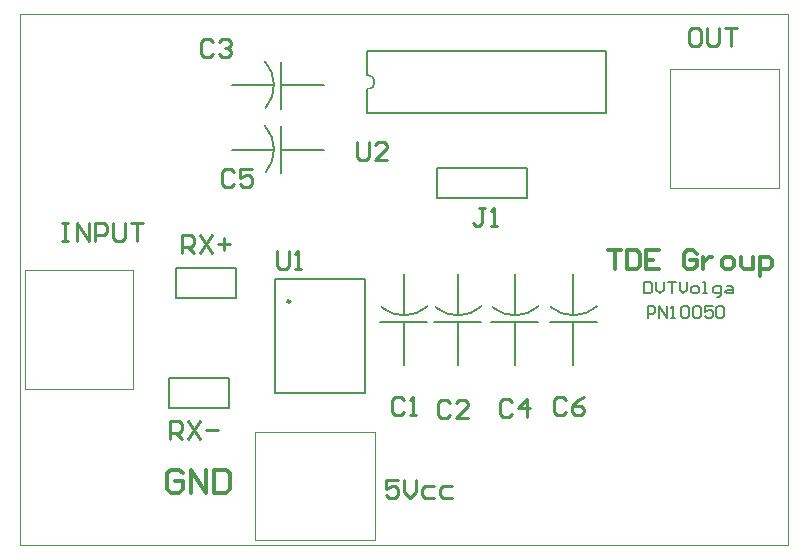
<source format=gto>
G04 Layer_Color=65535*
%FSLAX44Y44*%
%MOMM*%
G71*
G01*
G75*
%ADD15C,0.2540*%
%ADD16C,0.3000*%
%ADD18C,0.1000*%
%ADD32C,0.2000*%
%ADD33C,0.2500*%
%ADD34C,0.0500*%
%ADD35C,0.1500*%
D15*
X127190Y89662D02*
Y104897D01*
X134808D01*
X137347Y102358D01*
Y97280D01*
X134808Y94740D01*
X127190D01*
X132268D02*
X137347Y89662D01*
X142425Y104897D02*
X152582Y89662D01*
Y104897D02*
X142425Y89662D01*
X157660Y97280D02*
X167817D01*
X137350Y247142D02*
Y262377D01*
X144967D01*
X147507Y259838D01*
Y254760D01*
X144967Y252220D01*
X137350D01*
X142428D02*
X147507Y247142D01*
X152585Y262377D02*
X162742Y247142D01*
Y262377D02*
X152585Y247142D01*
X167820Y254760D02*
X177977D01*
X172899Y259838D02*
Y249681D01*
X574038Y437637D02*
X568959D01*
X566420Y435098D01*
Y424941D01*
X568959Y422402D01*
X574038D01*
X576577Y424941D01*
Y435098D01*
X574038Y437637D01*
X581655D02*
Y424941D01*
X584194Y422402D01*
X589273D01*
X591812Y424941D01*
Y437637D01*
X596890D02*
X607047D01*
X601968D01*
Y422402D01*
X393697Y285237D02*
X388618D01*
X391157D01*
Y272541D01*
X388618Y270002D01*
X386079D01*
X383540Y272541D01*
X398775Y270002D02*
X403853D01*
X401314D01*
Y285237D01*
X398775Y282698D01*
X36030Y272537D02*
X41108D01*
X38569D01*
Y257302D01*
X36030D01*
X41108D01*
X48726D02*
Y272537D01*
X58883Y257302D01*
Y272537D01*
X63961Y257302D02*
Y272537D01*
X71578D01*
X74118Y269998D01*
Y264919D01*
X71578Y262380D01*
X63961D01*
X79196Y272537D02*
Y259841D01*
X81735Y257302D01*
X86814D01*
X89353Y259841D01*
Y272537D01*
X94431D02*
X104588D01*
X99509D01*
Y257302D01*
X319847Y55037D02*
X309690D01*
Y47420D01*
X314768Y49959D01*
X317307D01*
X319847Y47420D01*
Y42341D01*
X317307Y39802D01*
X312229D01*
X309690Y42341D01*
X324925Y55037D02*
Y44880D01*
X330003Y39802D01*
X335082Y44880D01*
Y55037D01*
X350317Y49959D02*
X342699D01*
X340160Y47420D01*
Y42341D01*
X342699Y39802D01*
X350317D01*
X365552Y49959D02*
X357934D01*
X355395Y47420D01*
Y42341D01*
X357934Y39802D01*
X365552D01*
X462277Y122678D02*
X459738Y125217D01*
X454659D01*
X452120Y122678D01*
Y112521D01*
X454659Y109982D01*
X459738D01*
X462277Y112521D01*
X477512Y125217D02*
X472433Y122678D01*
X467355Y117599D01*
Y112521D01*
X469894Y109982D01*
X474973D01*
X477512Y112521D01*
Y115060D01*
X474973Y117599D01*
X467355D01*
X181607Y315718D02*
X179067Y318257D01*
X173989D01*
X171450Y315718D01*
Y305561D01*
X173989Y303022D01*
X179067D01*
X181607Y305561D01*
X196842Y318257D02*
X186685D01*
Y310639D01*
X191763Y313179D01*
X194303D01*
X196842Y310639D01*
Y305561D01*
X194303Y303022D01*
X189224D01*
X186685Y305561D01*
X416557Y121408D02*
X414017Y123947D01*
X408939D01*
X406400Y121408D01*
Y111251D01*
X408939Y108712D01*
X414017D01*
X416557Y111251D01*
X429253Y108712D02*
Y123947D01*
X421635Y116329D01*
X431792D01*
X163827Y426208D02*
X161287Y428747D01*
X156209D01*
X153670Y426208D01*
Y416051D01*
X156209Y413512D01*
X161287D01*
X163827Y416051D01*
X168905Y426208D02*
X171444Y428747D01*
X176523D01*
X179062Y426208D01*
Y423669D01*
X176523Y421129D01*
X173983D01*
X176523D01*
X179062Y418590D01*
Y416051D01*
X176523Y413512D01*
X171444D01*
X168905Y416051D01*
X364487Y120138D02*
X361948Y122677D01*
X356869D01*
X354330Y120138D01*
Y109981D01*
X356869Y107442D01*
X361948D01*
X364487Y109981D01*
X379722Y107442D02*
X369565D01*
X379722Y117599D01*
Y120138D01*
X377183Y122677D01*
X372104D01*
X369565Y120138D01*
X325117Y122678D02*
X322578Y125217D01*
X317499D01*
X314960Y122678D01*
Y112521D01*
X317499Y109982D01*
X322578D01*
X325117Y112521D01*
X330195Y109982D02*
X335273D01*
X332734D01*
Y125217D01*
X330195Y122678D01*
X285750Y341117D02*
Y328421D01*
X288289Y325882D01*
X293368D01*
X295907Y328421D01*
Y341117D01*
X311142Y325882D02*
X300985D01*
X311142Y336039D01*
Y338578D01*
X308603Y341117D01*
X303524D01*
X300985Y338578D01*
X217995Y249296D02*
Y236600D01*
X220534Y234061D01*
X225613D01*
X228152Y236600D01*
Y249296D01*
X233230Y234061D02*
X238308D01*
X235769D01*
Y249296D01*
X233230Y246757D01*
D16*
X498348Y249421D02*
X509011D01*
X503680D01*
Y233426D01*
X514343Y249421D02*
Y233426D01*
X522340D01*
X525006Y236092D01*
Y246755D01*
X522340Y249421D01*
X514343D01*
X541001D02*
X530338D01*
Y233426D01*
X541001D01*
X530338Y241423D02*
X535669D01*
X572990Y246755D02*
X570325Y249421D01*
X564993D01*
X562327Y246755D01*
Y236092D01*
X564993Y233426D01*
X570325D01*
X572990Y236092D01*
Y241423D01*
X567659D01*
X578322Y244089D02*
Y233426D01*
Y238758D01*
X580988Y241423D01*
X583654Y244089D01*
X586320D01*
X596983Y233426D02*
X602314D01*
X604980Y236092D01*
Y241423D01*
X602314Y244089D01*
X596983D01*
X594317Y241423D01*
Y236092D01*
X596983Y233426D01*
X610312Y244089D02*
Y236092D01*
X612977Y233426D01*
X620975D01*
Y244089D01*
X626306Y228094D02*
Y244089D01*
X634304D01*
X636970Y241423D01*
Y236092D01*
X634304Y233426D01*
X626306D01*
X137979Y60603D02*
X134647Y63936D01*
X127982D01*
X124650Y60603D01*
Y47274D01*
X127982Y43942D01*
X134647D01*
X137979Y47274D01*
Y53939D01*
X131314D01*
X144644Y43942D02*
Y63936D01*
X157973Y43942D01*
Y63936D01*
X164637D02*
Y43942D01*
X174634D01*
X177966Y47274D01*
Y60603D01*
X174634Y63936D01*
X164637D01*
D18*
X0Y-38D02*
Y449962D01*
Y-38D02*
X650000D01*
Y449962D01*
X0D02*
X650000D01*
D32*
X449410Y201524D02*
G03*
X488768Y202211I19284J22981D01*
G01*
X208178Y315552D02*
G03*
X207491Y354910I-22981J19284D01*
G01*
X399880Y201524D02*
G03*
X439238Y202211I19284J22981D01*
G01*
X208178Y370162D02*
G03*
X207491Y409520I-22981J19284D01*
G01*
X351620Y201524D02*
G03*
X390978Y202211I19284J22981D01*
G01*
X305900Y201524D02*
G03*
X345258Y202211I19284J22981D01*
G01*
X293970Y385572D02*
G03*
X293970Y398272I0J6350D01*
G01*
X176720Y116332D02*
Y141732D01*
X125920Y116332D02*
X176720D01*
X125920D02*
Y141732D01*
X176720D01*
X183070Y209042D02*
Y234442D01*
X132270Y209042D02*
X183070D01*
X132270D02*
Y234442D01*
X183070D01*
X353060Y294132D02*
X429260D01*
Y319532D01*
X353060D02*
X429260D01*
X353060Y294132D02*
Y319532D01*
X448630Y188762D02*
X488630D01*
X468630Y194762D02*
Y229762D01*
Y152512D02*
Y188762D01*
X220940Y314772D02*
Y354772D01*
X179940Y334772D02*
X214940D01*
X220940D02*
X257190D01*
X399100Y188762D02*
X439100D01*
X419100Y194762D02*
Y229762D01*
Y152512D02*
Y188762D01*
X220940Y369382D02*
Y409382D01*
X179940Y389382D02*
X214940D01*
X220940D02*
X257190D01*
X350840Y188762D02*
X390840D01*
X370840Y194762D02*
Y229762D01*
Y152512D02*
Y188762D01*
X305120D02*
X345120D01*
X325120Y194762D02*
Y229762D01*
Y152512D02*
Y188762D01*
X216440Y128742D02*
Y225392D01*
X292240Y128742D02*
Y225392D01*
X216440D02*
X292240D01*
X216440Y128742D02*
X292240D01*
X293970Y365422D02*
Y385572D01*
Y398272D02*
Y418422D01*
X495970Y365422D02*
Y418422D01*
X293970Y365422D02*
X495970D01*
X293970Y418422D02*
X495970D01*
D33*
X228890Y206292D02*
G03*
X228890Y206292I-1250J0D01*
G01*
D34*
X4000Y131772D02*
X96000D01*
X4000D02*
Y232972D01*
X96000D01*
Y131772D02*
Y232972D01*
X550900Y403152D02*
X642900D01*
Y301952D02*
Y403152D01*
X550900Y301952D02*
X642900D01*
X550900D02*
Y403152D01*
X300600Y3962D02*
Y95962D01*
X199400Y3962D02*
X300600D01*
X199400D02*
Y95962D01*
X300600D01*
D35*
X531495Y192532D02*
Y202529D01*
X536493D01*
X538159Y200863D01*
Y197530D01*
X536493Y195864D01*
X531495D01*
X541492Y192532D02*
Y202529D01*
X548156Y192532D01*
Y202529D01*
X551489Y192532D02*
X554821D01*
X553155D01*
Y202529D01*
X551489Y200863D01*
X559819D02*
X561485Y202529D01*
X564818D01*
X566484Y200863D01*
Y194198D01*
X564818Y192532D01*
X561485D01*
X559819Y194198D01*
Y200863D01*
X569816D02*
X571482Y202529D01*
X574814D01*
X576480Y200863D01*
Y194198D01*
X574814Y192532D01*
X571482D01*
X569816Y194198D01*
Y200863D01*
X586477Y202529D02*
X579813D01*
Y197530D01*
X583145Y199196D01*
X584811D01*
X586477Y197530D01*
Y194198D01*
X584811Y192532D01*
X581479D01*
X579813Y194198D01*
X589809Y200863D02*
X591476Y202529D01*
X594808D01*
X596474Y200863D01*
Y194198D01*
X594808Y192532D01*
X591476D01*
X589809Y194198D01*
Y200863D01*
X528574Y222976D02*
Y212979D01*
X533572D01*
X535238Y214645D01*
Y221310D01*
X533572Y222976D01*
X528574D01*
X538571D02*
Y216311D01*
X541903Y212979D01*
X545235Y216311D01*
Y222976D01*
X548568D02*
X555232D01*
X551900D01*
Y212979D01*
X558564Y222976D02*
Y216311D01*
X561897Y212979D01*
X565229Y216311D01*
Y222976D01*
X570227Y212979D02*
X573559D01*
X575226Y214645D01*
Y217977D01*
X573559Y219643D01*
X570227D01*
X568561Y217977D01*
Y214645D01*
X570227Y212979D01*
X578558D02*
X581890D01*
X580224D01*
Y222976D01*
X578558D01*
X590221Y209647D02*
X591887D01*
X593553Y211313D01*
Y219643D01*
X588555D01*
X586889Y217977D01*
Y214645D01*
X588555Y212979D01*
X593553D01*
X598551Y219643D02*
X601884D01*
X603550Y217977D01*
Y212979D01*
X598551D01*
X596885Y214645D01*
X598551Y216311D01*
X603550D01*
M02*

</source>
